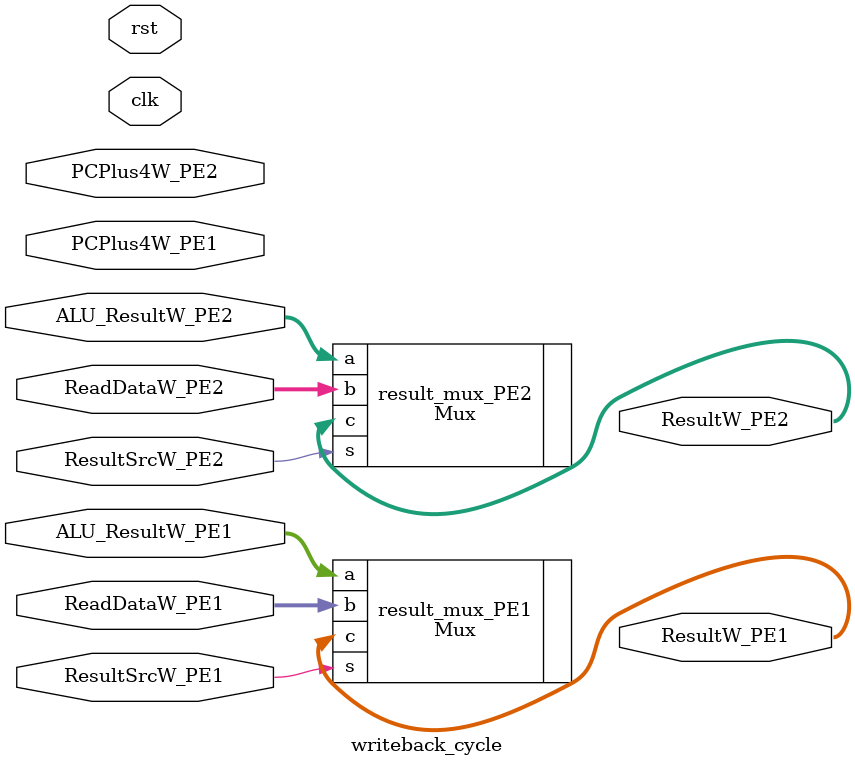
<source format=v>
module writeback_cycle(
    input clk,
    input rst,
    input ResultSrcW_PE1,      // Control signal for PE1
    input ResultSrcW_PE2,      // Control signal for PE2
    input [31:0] PCPlus4W_PE1, // PC+4 value for PE1
    input [31:0] PCPlus4W_PE2, // PC+4 value for PE2
    input [31:0] ALU_ResultW_PE1, // ALU result from PE1
    input [31:0] ALU_ResultW_PE2, // ALU result from PE2
    input [31:0] ReadDataW_PE1,   // Data read from memory for PE1
    input [31:0] ReadDataW_PE2,   // Data read from memory for PE2
    output [31:0] ResultW_PE1,    // Writeback result for PE1
    output [31:0] ResultW_PE2     // Writeback result for PE2
);

    // Multiplexer to select between ALU result and memory read data for PE1
    Mux result_mux_PE1 (
        .a(ALU_ResultW_PE1),  // Input A for PE1: ALU result
        .b(ReadDataW_PE1),    // Input B for PE1: Data from memory
        .s(ResultSrcW_PE1),   // Select signal for PE1
        .c(ResultW_PE1)       // Output for PE1: Writeback result
    );

    // Multiplexer to select between ALU result and memory read data for PE2
    Mux result_mux_PE2 (
        .a(ALU_ResultW_PE2),  // Input A for PE2: ALU result
        .b(ReadDataW_PE2),    // Input B for PE2: Data from memory
        .s(ResultSrcW_PE2),   // Select signal for PE2
        .c(ResultW_PE2)       // Output for PE2: Writeback result
    );

endmodule

</source>
